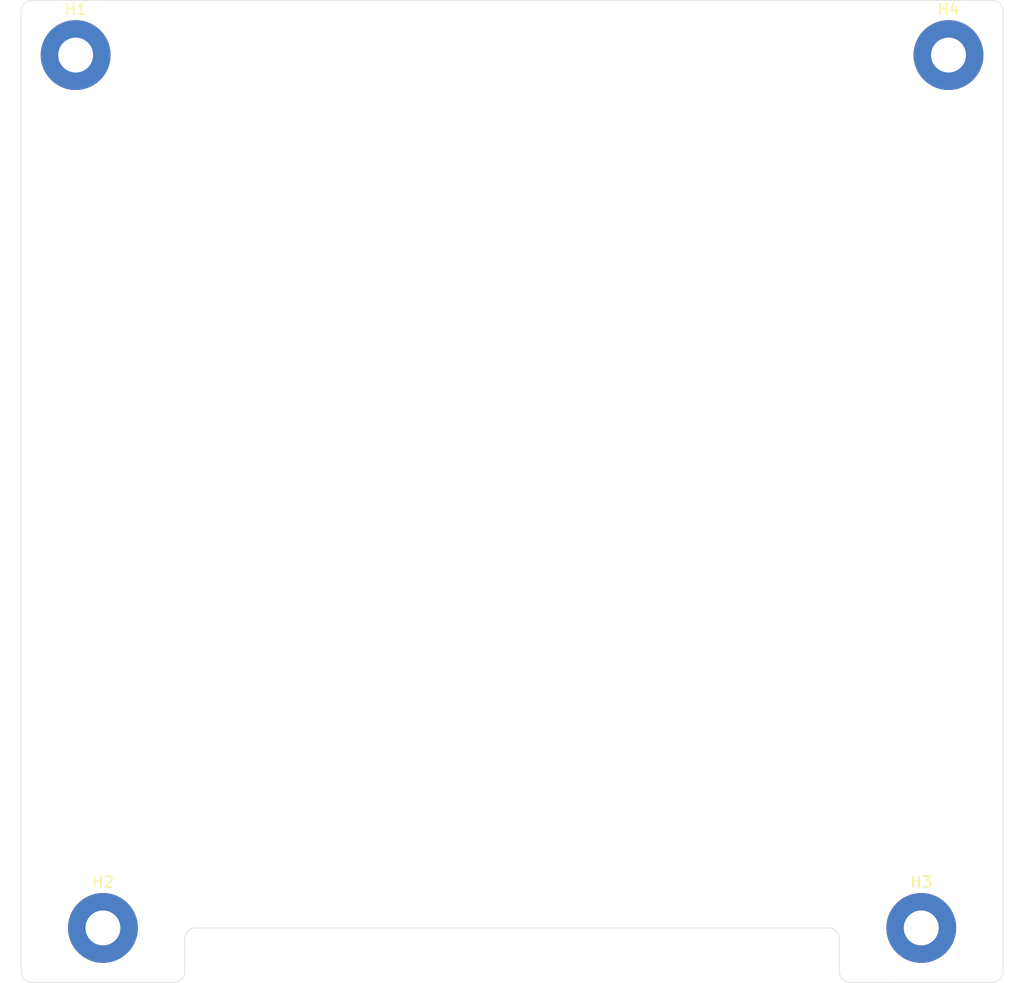
<source format=kicad_pcb>
(kicad_pcb (version 20240108) (generator "pcbnew") (generator_version "8.0")
  (layers (0 "F.Cu" signal) (31 "B.Cu" signal) (34 "B.Paste" user) (35 "F.Paste" user) (36 "B.SilkS" user "B.Silkscreen") (37 "F.SilkS" user "F.Silkscreen") (38 "B.Mask" user) (39 "F.Mask" user) (44 "Edge.Cuts" user))
  (net 0 "")
  (footprint "MountingHole:MountingHole_3.2mm_M3_Pad" (layer "F.Cu") (at 92.5 130)
    (property "Reference" "H2" (at 0 -4.2 0) (layer "F.SilkS"))
    (property "Value" "MountingHole_Pad")
    (pad "1" thru_hole circle (at 0 0) (size 6.4 6.4) (drill 3.2) (layers "*.Cu" "*.Mask"))
  )
  (footprint "MountingHole:MountingHole_3.2mm_M3_Pad" (layer "F.Cu") (at 90 50)
    (property "Reference" "H1" (at 0 -4.2 0) (layer "F.SilkS"))
    (property "Value" "MountingHole_Pad")
    (pad "1" thru_hole circle (at 0 0) (size 6.4 6.4) (drill 3.2) (layers "*.Cu" "*.Mask"))
  )
  (footprint "MountingHole:MountingHole_3.2mm_M3_Pad" (layer "F.Cu") (at 167.5 130)
    (property "Reference" "H3" (at 0 -4.2 0) (layer "F.SilkS"))
    (property "Value" "MountingHole_Pad")
    (pad "1" thru_hole circle (at 0 0) (size 6.4 6.4) (drill 3.2) (layers "*.Cu" "*.Mask"))
  )
  (footprint "MountingHole:MountingHole_3.2mm_M3_Pad" (layer "F.Cu") (at 170 50)
    (property "Reference" "H4" (at 0 -4.2 0) (layer "F.SilkS"))
    (property "Value" "MountingHole_Pad")
    (pad "1" thru_hole circle (at 0 0) (size 6.4 6.4) (drill 3.2) (layers "*.Cu" "*.Mask"))
  )
  (gr_line (start 160 134) (end 160 131) (stroke (width 0.05)) (layer "Edge.Cuts"))
  (gr_arc (start 100 131) (mid 100.292893 130.292893) (end 101 130) (stroke (width 0.05)) (layer "Edge.Cuts"))
  (gr_arc (start 159 130) (mid 159.707107 130.292893) (end 160 131) (stroke (width 0.05)) (layer "Edge.Cuts"))
  (gr_line (start 165 135) (end 161 135) (stroke (width 0.05)) (layer "Edge.Cuts"))
  (gr_arc (start 85 46) (mid 85.292893 45.292893) (end 86 45) (stroke (width 0.05)) (layer "Edge.Cuts"))
  (gr_arc (start 175 134) (mid 174.707107 134.707107) (end 174 135) (stroke (width 0.05)) (layer "Edge.Cuts"))
  (gr_line (start 85 134) (end 85 46) (stroke (width 0.05)) (layer "Edge.Cuts"))
  (gr_line (start 100 131) (end 100 134) (stroke (width 0.05)) (layer "Edge.Cuts"))
  (gr_arc (start 174 45) (mid 174.707107 45.292893) (end 175 46) (stroke (width 0.05)) (layer "Edge.Cuts"))
  (gr_arc (start 86 135) (mid 85.292893 134.707107) (end 85 134) (stroke (width 0.05)) (layer "Edge.Cuts"))
  (gr_line (start 175 46) (end 175 134) (stroke (width 0.05)) (layer "Edge.Cuts"))
  (gr_line (start 95 135) (end 86 135) (stroke (width 0.05)) (layer "Edge.Cuts"))
  (gr_line (start 99 135) (end 95 135) (stroke (width 0.05)) (layer "Edge.Cuts"))
  (gr_arc (start 100 134) (mid 99.707107 134.707107) (end 99 135) (stroke (width 0.05)) (layer "Edge.Cuts"))
  (gr_arc (start 161 135) (mid 160.292893 134.707107) (end 160 134) (stroke (width 0.05)) (layer "Edge.Cuts"))
  (gr_line (start 174 135) (end 165 135) (stroke (width 0.05)) (layer "Edge.Cuts"))
  (gr_line (start 86 45) (end 174 45) (stroke (width 0.05)) (layer "Edge.Cuts"))
  (gr_line (start 159 130) (end 101 130) (stroke (width 0.05)) (layer "Edge.Cuts"))
)
</source>
